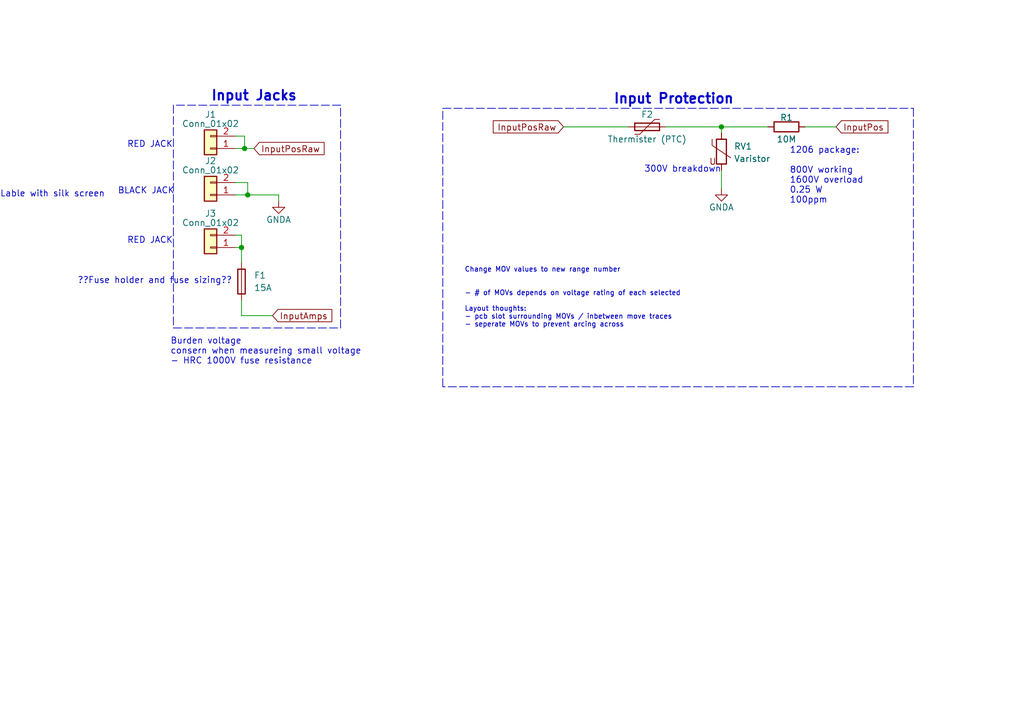
<source format=kicad_sch>
(kicad_sch (version 20230121) (generator eeschema)
  (paper "A5")
  (lib_symbols
    (symbol "Connector_Generic:Conn_01x02" (pin_names (offset 1.016) hide)
      (property "Reference" "J" (at 0 2.54 0))
      (property "Value" "Conn_01x02" (at 0 -5.08 0))
      (symbol "Conn_01x02_1_1"
        (rectangle (start -1.27 -2.413) (end 0 -2.667) (stroke (width 0.1524)))
        (rectangle (start -1.27 0.127) (end 0 -0.127) (stroke (width 0.1524)))
        (rectangle (start -1.27 1.27) (end 1.27 -3.81) (stroke (width 0.254)) (fill (type background)))
        (pin passive line (at -5.08 0 0) (length 3.81) (name "Pin_1") (number "1"))
        (pin passive line (at -5.08 -2.54 0) (length 3.81) (name "Pin_2") (number "2"))
      )
    )
    (symbol "Device:Fuse" (pin_numbers hide) (pin_names (offset 0))
      (property "Reference" "F" (at 2.032 0 90))
      (property "Value" "Fuse" (at -1.905 0 90))
      (symbol "Fuse_0_1"
        (rectangle (start -0.762 -2.54) (end 0.762 2.54) (stroke (width 0.254)))
        (polyline (pts (xy 0 2.54) (xy 0 -2.54)))
      )
      (symbol "Fuse_1_1"
        (pin passive line (at 0 3.81 270) (length 1.27) (name "~") (number "1"))
        (pin passive line (at 0 -3.81 90) (length 1.27) (name "~") (number "2"))
      )
    )
    (symbol "Device:Polyfuse" (pin_numbers hide) (pin_names (offset 0))
      (property "Reference" "F" (at -2.54 0 90))
      (property "Value" "Polyfuse" (at 2.54 0 90))
      (symbol "Polyfuse_0_1"
        (rectangle (start -0.762 2.54) (end 0.762 -2.54) (stroke (width 0.254)))
        (polyline (pts (xy 0 2.54) (xy 0 -2.54)))
        (polyline (pts (xy -1.524 2.54) (xy -1.524 1.524) (xy 1.524 -1.524) (xy 1.524 -2.54)))
      )
      (symbol "Polyfuse_1_1"
        (pin passive line (at 0 3.81 270) (length 1.27) (name "~") (number "1"))
        (pin passive line (at 0 -3.81 90) (length 1.27) (name "~") (number "2"))
      )
    )
    (symbol "Device:R" (pin_numbers hide) (pin_names (offset 0))
      (property "Reference" "R" (at 2.032 0 90))
      (property "Value" "R" (at 0 0 90))
      (symbol "R_0_1"
        (rectangle (start -1.016 -2.54) (end 1.016 2.54) (stroke (width 0.254)))
      )
      (symbol "R_1_1"
        (pin passive line (at 0 3.81 270) (length 1.27) (name "~") (number "1"))
        (pin passive line (at 0 -3.81 90) (length 1.27) (name "~") (number "2"))
      )
    )
    (symbol "Device:Varistor" (pin_numbers hide) (pin_names (offset 0))
      (property "Reference" "RV" (at 3.175 0 90))
      (property "Value" "Varistor" (at -3.175 0 90))
      (symbol "Varistor_0_0"
        (text "U" (at -1.778 -2.032 0) (effects (font (size 1.27 1.27))))
      )
      (symbol "Varistor_0_1"
        (rectangle (start -1.016 -2.54) (end 1.016 2.54) (stroke (width 0.254)))
        (polyline (pts (xy -1.905 2.54) (xy -1.905 1.27) (xy 1.905 -1.27)))
      )
      (symbol "Varistor_1_1"
        (pin passive line (at 0 3.81 270) (length 1.27) (name "~") (number "1"))
        (pin passive line (at 0 -3.81 90) (length 1.27) (name "~") (number "2"))
      )
    )
    (symbol "power:GNDA" (power) (pin_names (offset 0))
      (property "Value" "GNDA" (at 0 -3.81 0))
      (symbol "GNDA_0_1"
        (polyline (pts (xy 0 0) (xy 0 -1.27) (xy 1.27 -1.27) (xy 0 -2.54) (xy -1.27 -1.27) (xy 0 -1.27)))
      )
      (symbol "GNDA_1_1"
        (pin power_in line (at 0 0 270) (length 0) hide (name "GNDA") (number "1"))
      )
    )
  )
  (junction (at 50.165 30.48))
  (junction (at 49.53 50.8))
  (junction (at 147.955 26.035))
  (junction (at 50.8 40.005))
  (wire (pts (xy 48.26 27.94) (xy 50.165 27.94)))
  (polyline (pts (xy 69.85 67.31) (xy 69.85 21.59)) (stroke (width 0) (type dash)))
  (polyline (pts (xy 187.325 79.375) (xy 90.805 79.375)) (stroke (width 0) (type dash)))
  (wire (pts (xy 49.53 61.595) (xy 49.53 64.77)))
  (wire (pts (xy 136.525 26.035) (xy 147.955 26.035)))
  (polyline (pts (xy 90.805 79.375) (xy 90.805 22.225)) (stroke (width 0) (type dash)))
  (wire (pts (xy 48.26 37.465) (xy 50.8 37.465)))
  (wire (pts (xy 48.26 50.8) (xy 49.53 50.8)))
  (polyline (pts (xy 187.325 22.225) (xy 187.325 79.375)) (stroke (width 0) (type dash)))
  (wire (pts (xy 48.26 40.005) (xy 50.8 40.005)))
  (wire (pts (xy 147.955 26.035) (xy 157.48 26.035)))
  (wire (pts (xy 165.1 26.035) (xy 171.45 26.035)))
  (wire (pts (xy 147.955 26.035) (xy 147.955 27.305)))
  (wire (pts (xy 50.8 40.005) (xy 57.15 40.005)))
  (wire (pts (xy 50.165 30.48) (xy 52.07 30.48)))
  (wire (pts (xy 50.165 27.94) (xy 50.165 30.48)))
  (polyline (pts (xy 69.85 21.59) (xy 35.56 21.59)) (stroke (width 0) (type dash)))
  (wire (pts (xy 115.57 26.035) (xy 128.905 26.035)))
  (polyline (pts (xy 136.525 22.225) (xy 187.325 22.225)) (stroke (width 0) (type dash)))
  (wire (pts (xy 49.53 50.8) (xy 49.53 53.975)))
  (polyline (pts (xy 90.805 22.225) (xy 136.525 22.225)) (stroke (width 0) (type dash)))
  (polyline (pts (xy 35.56 21.59) (xy 35.56 67.31)) (stroke (width 0) (type dash)))
  (wire (pts (xy 147.955 34.925) (xy 147.955 38.735)))
  (wire (pts (xy 49.53 64.77) (xy 55.88 64.77)))
  (wire (pts (xy 50.8 37.465) (xy 50.8 40.005)))
  (wire (pts (xy 49.53 48.26) (xy 49.53 50.8)))
  (wire (pts (xy 48.26 48.26) (xy 49.53 48.26)))
  (polyline (pts (xy 35.56 67.31) (xy 69.85 67.31)) (stroke (width 0) (type dash)))
  (wire (pts (xy 57.15 40.005) (xy 57.15 41.275)))
  (wire (pts (xy 48.26 30.48) (xy 50.165 30.48)))
  (text "Change MOV values to new range number\n\n\n- # of MOVs depends on voltage rating of each selected\n\nLayout thoughts:\n- pcb slot surrounding MOVs / inbetween move traces\n- seperate MOVs to prevent arcing across" (at 95.25 67.31 0) (effects (font (size 1 1)) (justify left bottom)))
  (text "Input Jacks" (at 43.18 20.955 0) (effects (font (size 2 2) (thickness 0.4) bold) (justify left bottom)))
  (text "Burden voltage \nconsern when measureing small voltage\n- HRC 1000V fuse resistance\n" (at 34.925 74.93 0) (effects (font (size 1.27 1.27)) (justify left bottom)))
  (text "RED JACK" (at 26.035 50.165 0) (effects (font (size 1.27 1.27)) (justify left bottom)))
  (text "Lable with silk screen" (at 0 40.64 0) (effects (font (size 1.27 1.27)) (justify left bottom)))
  (text "RED JACK" (at 26.035 30.48 0) (effects (font (size 1.27 1.27)) (justify left bottom)))
  (text "300V breakdown" (at 132.08 35.56 0) (effects (font (size 1.27 1.27)) (justify left bottom)))
  (text "1206 package:\n\n800V working\n1600V overload\n0.25 W\n100ppm" (at 161.925 41.91 0) (effects (font (size 1.27 1.27)) (justify left bottom)))
  (text "BLACK JACK" (at 24.13 40.005 0) (effects (font (size 1.27 1.27)) (justify left bottom)))
  (text "??Fuse holder and fuse sizing??" (at 15.875 58.42 0) (effects (font (size 1.27 1.27)) (justify left bottom)))
  (text "Input Protection" (at 125.73 21.59 0) (effects (font (size 2 2) (thickness 0.4) bold) (justify left bottom)))
  (global_label "InputPosRaw" (shape input) (at 115.57 26.035 180) (property "Intersheetrefs" "${INTERSHEET_REFS}" (effects hide)))
  (global_label "InputAmps" (shape input) (at 55.88 64.77 0) (property "Intersheetrefs" "${INTERSHEET_REFS}" (effects hide)))
  (global_label "InputPos" (shape input) (at 171.45 26.035 0) (property "Intersheetrefs" "${INTERSHEET_REFS}" (effects hide)))
  (global_label "InputPosRaw" (shape input) (at 52.07 30.48 0) (property "Intersheetrefs" "${INTERSHEET_REFS}" (effects hide)))
  (symbol (lib_id "power:GNDA") (at 57.15 41.275 0) (unit 1)
    (property "Reference" "#PWR01" (effects hide))
    (property "Value" "GNDA" (at 57.15 45.085 0))
    (instances (project "DMM_V2" (path "" (reference "#PWR01") (unit 1))) (project "DMM" (path "" (reference "#PWR070") (unit 1)) (path "" (reference "#PWR076") (unit 1))))
  )
  (symbol (lib_id "Connector_Generic:Conn_01x02") (at 43.18 40.005 180) (unit 1)
    (property "Reference" "J2" (at 43.18 33.02 0))
    (property "Value" "Conn_01x02" (at 43.18 34.925 0))
    (property "Footprint" "Custom Lib:Bannana Input Jack" (effects hide))
    (property "Datasheet" "https://datasheet.lcsc.com/lcsc/2307211751_Changzhou-Amass-Elec-24-243-1_C7437321.pdf" (effects hide))
    (property "Store" "https://www.lcsc.com/product-detail/span-style-background-color-ff0-Banana-span-Connectors-Alligator-Clips_Changzhou-Amass-Elec-24-243-2_C7437322.html" (effects hide))
    (property "LCSC Price" "0.9180" (effects hide))
    (property "Price Qty" "1" (effects hide))
    (property "PART#" "C7437322" (effects hide))
    (property "Price / 1" "0.9180" (effects hide))
    (instances (project "DMM_V2" (path "" (reference "J2") (unit 1))) (project "DMM" (path "" (reference "J5") (unit 1))))
  )
  (symbol (lib_id "Connector_Generic:Conn_01x02") (at 43.18 50.8 180) (unit 1)
    (property "Reference" "J3" (at 43.18 43.815 0))
    (property "Value" "Conn_01x02" (at 43.18 45.72 0))
    (property "Footprint" "Custom Lib:Bannana Input Jack" (effects hide))
    (property "Datasheet" "https://datasheet.lcsc.com/lcsc/2307211751_Changzhou-Amass-Elec-24-243-1_C7437321.pdf" (effects hide))
    (property "Store" "https://www.lcsc.com/product-detail/span-style-background-color-ff0-Banana-span-Connectors-Alligator-Clips_Changzhou-Amass-Elec-24-243-1_C7437321.html" (effects hide))
    (property "LCSC Price" "0.9180" (effects hide))
    (property "Price Qty" "1" (effects hide))
    (property "PART#" "C7437321" (effects hide))
    (property "Price / 1" "0.9180" (effects hide))
    (instances (project "DMM_V2" (path "" (reference "J3") (unit 1))) (project "DMM" (path "" (reference "J7") (unit 1))))
  )
  (symbol (lib_id "Device:Fuse") (at 49.53 57.785 0) (unit 1)
    (property "Reference" "F1" (at 52.07 56.515 0) (effects (justify left)))
    (property "Value" "15A" (at 52.07 59.055 0) (effects (justify left)))
    (property "Footprint" "Custom Lib:Fuse holder" (effects hide))
    (property "Datasheet" "https://datasheet.lcsc.com/lcsc/2012041637_Xucheng-Elec-C3130_C3130.pdf" (effects hide))
    (property "LCSC Price" "0.35" (effects hide))
    (property "Store" "https://www.lcsc.com/product-detail/span-style-background-color-ff0-Fuse-span-Holders_Xucheng-Elec-C3130_C3130.html" (effects hide))
    (property "Price Qty" "20" (effects hide))
    (property "PART#" "C3130" (effects hide))
    (property "Price / 1" "0.0174" (effects hide))
  )
  (symbol (lib_id "Device:Polyfuse") (at 132.715 26.035 90) (unit 1)
    (property "Reference" "F2" (at 132.715 23.495 90))
    (property "Value" "Thermister (PTC)" (at 132.715 28.575 90))
    (property "Footprint" "Resistor_THT:R_Axial_DIN0207_L6.3mm_D2.5mm_P7.62mm_Horizontal" (effects hide))
    (property "LCSC Price" "0" (effects hide))
    (property "Price Qty" "0" (effects hide))
    (property "Store" "N/A" (effects hide))
  )
  (symbol (lib_id "Connector_Generic:Conn_01x02") (at 43.18 30.48 180) (unit 1)
    (property "Reference" "J1" (at 43.18 23.495 0))
    (property "Value" "Conn_01x02" (at 43.18 25.4 0))
    (property "Footprint" "Custom Lib:Bannana Input Jack" (effects hide))
    (property "Datasheet" "https://datasheet.lcsc.com/lcsc/2307211751_Changzhou-Amass-Elec-24-243-1_C7437321.pdf" (effects hide))
    (property "Store" "https://www.lcsc.com/product-detail/span-style-background-color-ff0-Banana-span-Connectors-Alligator-Clips_Changzhou-Amass-Elec-24-243-1_C7437321.html" (effects hide))
    (property "LCSC Price" "0.9180" (effects hide))
    (property "Price Qty" "1" (effects hide))
    (property "PART#" "C7437321" (effects hide))
    (property "Price / 1" "0.9180" (effects hide))
    (instances (project "DMM_V2" (path "" (reference "J1") (unit 1))) (project "DMM" (path "" (reference "J2") (unit 1))))
  )
  (symbol (lib_id "power:GNDA") (at 147.955 38.735 0) (unit 1)
    (property "Reference" "#PWR02" (effects hide))
    (property "Value" "GNDA" (at 147.955 42.545 0))
    (instances (project "DMM_V2" (path "" (reference "#PWR02") (unit 1))) (project "DMM" (path "" (reference "#PWR070") (unit 1)) (path "" (reference "#PWR077") (unit 1))))
  )
  (symbol (lib_id "Device:R") (at 161.29 26.035 90) (unit 1)
    (property "Reference" "R1" (at 161.29 24.13 90))
    (property "Value" "10M" (at 161.29 28.575 90))
    (property "Footprint" "Resistor_SMD:R_1206_3216Metric_Pad1.30x1.75mm_HandSolder" (effects hide))
    (property "Datasheet" "https://datasheet.lcsc.com/lcsc/2304140030_BOURNS-CHV1206-FX-1005ELF_C2078785.pdf" (effects hide))
    (property "Store" "https://www.lcsc.com/product-detail/Chip-Resistor-Surface-Mount_BOURNS-CHV1206-FX-1005ELF_C2078785.html" (effects hide))
    (property "LCSC Price" "1.19" (effects hide))
    (property "Price Qty" "4" (effects hide))
    (property "PART#" "C2078785" (effects hide))
    (property "Price / 1" "0.29797" (effects hide))
    (instances (project "DMM_V2" (path "" (reference "R1") (unit 1))) (project "DMM" (path "" (reference "R36") (unit 1)) (path "" (reference "R48") (unit 1))))
  )
  (symbol (lib_id "Device:Varistor") (at 147.955 31.115 0) (unit 1)
    (property "Reference" "RV1" (at 150.495 30.0383 0) (effects (justify left)))
    (property "Value" "Varistor" (at 150.495 32.5783 0) (effects (justify left)))
    (property "Footprint" "Resistor_THT:R_Axial_DIN0207_L6.3mm_D2.5mm_P5.08mm_Vertical" (effects hide))
    (property "Datasheet" "https://datasheet.lcsc.com/lcsc/2304140030_VDR---Varistor-VDR-07D181K_C283925.pdf" (effects hide))
    (property "LCSC Price" "0.6" (effects hide))
    (property "Price Qty" "20" (effects hide))
    (property "Store" "https://www.lcsc.com/product-detail/Varistors_VDR-span-style-background-color-ff0-Varistor-span-VDR-07D181K_C283925.html" (effects hide))
    (property "PART#" "C283925" (effects hide))
    (property "Price / 1" "0.0298" (effects hide))
  )
)
</source>
